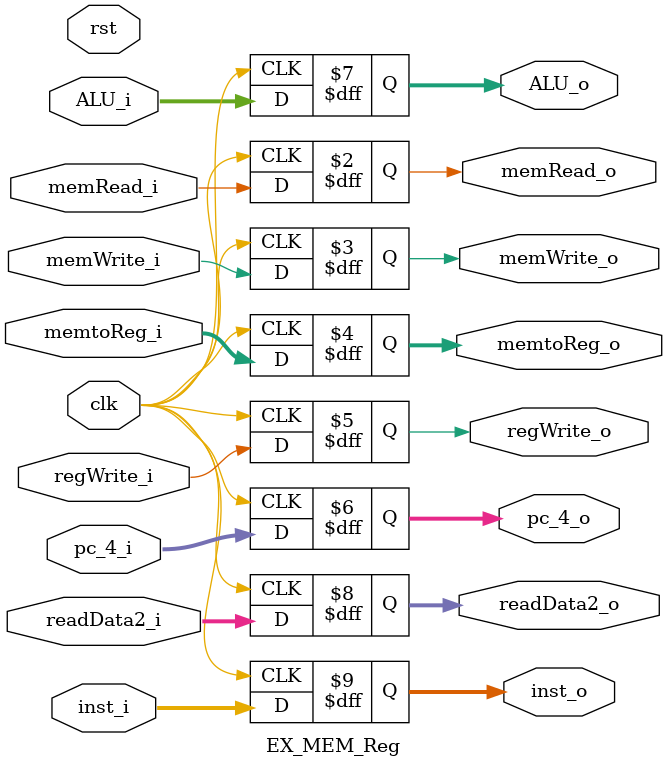
<source format=v>
module EX_MEM_Reg (
    input wire clk,
    input wire rst,

    input wire memRead_i,
    input wire memWrite_i,
    input wire [1:0] memtoReg_i,
    input wire regWrite_i,

    input wire [31:0] pc_4_i,
    input wire [31:0] ALU_i,
    input wire [31:0] readData2_i,
    input wire [31:0] inst_i,

    output reg memRead_o,
    output reg memWrite_o,
    output reg [1:0] memtoReg_o,
    output reg regWrite_o,

    output reg [31:0] pc_4_o,
    output reg [31:0] ALU_o,
    output reg [31:0] readData2_o,
    output reg [31:0] inst_o
);

    always @(negedge clk) begin
        if (clk) begin
            memRead_o    <= 1'b0;
            memWrite_o   <= 1'b0;
            memtoReg_o   <= 2'b00;
            regWrite_o   <= 1'b0;

            ALU_o        <= 32'b0;
            readData2_o  <= 32'b0;
            pc_4_o       <= 32'b0;
            inst_o       <= 32'b0;
        end else begin
            memRead_o    <= memRead_i;
            memWrite_o   <= memWrite_i;
            memtoReg_o   <= memtoReg_i;
            regWrite_o   <= regWrite_i;

            ALU_o        <= ALU_i;
            readData2_o  <= readData2_i;
            pc_4_o       <= pc_4_i;
            inst_o       <= inst_i;
        end
    end

endmodule

</source>
